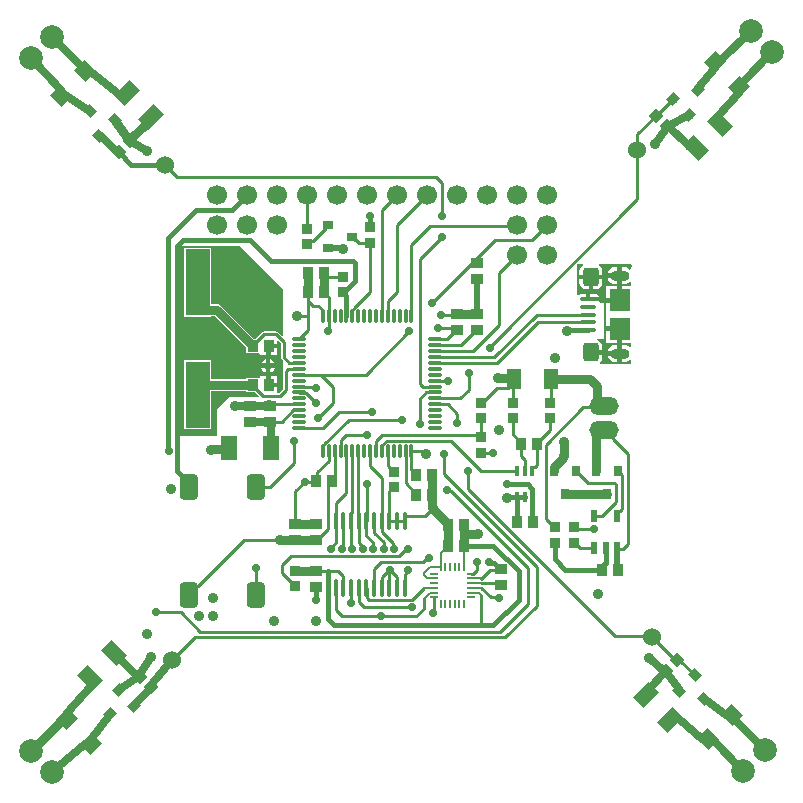
<source format=gtl>
G04*
G04 #@! TF.GenerationSoftware,Altium Limited,Altium Designer,21.0.8 (223)*
G04*
G04 Layer_Physical_Order=1*
G04 Layer_Color=255*
%FSLAX44Y44*%
%MOMM*%
G71*
G04*
G04 #@! TF.SameCoordinates,7CDD385B-C779-46FA-83BF-CCD77B293E39*
G04*
G04*
G04 #@! TF.FilePolarity,Positive*
G04*
G01*
G75*
%ADD14R,0.6000X1.0500*%
%ADD15R,0.8000X0.9000*%
%ADD16R,1.0000X0.9000*%
G04:AMPARAMS|DCode=17|XSize=1.8mm|YSize=1.3mm|CornerRadius=0mm|HoleSize=0mm|Usage=FLASHONLY|Rotation=225.000|XOffset=0mm|YOffset=0mm|HoleType=Round|Shape=Rectangle|*
%AMROTATEDRECTD17*
4,1,4,0.1768,1.0960,1.0960,0.1768,-0.1768,-1.0960,-1.0960,-0.1768,0.1768,1.0960,0.0*
%
%ADD17ROTATEDRECTD17*%

%ADD18R,1.4000X2.0000*%
%ADD19R,0.9000X1.0000*%
%ADD20R,0.4000X0.8500*%
%ADD21R,0.9500X0.8500*%
%ADD22R,1.1500X1.7000*%
G04:AMPARAMS|DCode=23|XSize=1.8mm|YSize=1.3mm|CornerRadius=0mm|HoleSize=0mm|Usage=FLASHONLY|Rotation=315.000|XOffset=0mm|YOffset=0mm|HoleType=Round|Shape=Rectangle|*
%AMROTATEDRECTD23*
4,1,4,-1.0960,0.1768,-0.1768,1.0960,1.0960,-0.1768,0.1768,-1.0960,-1.0960,0.1768,0.0*
%
%ADD23ROTATEDRECTD23*%

%ADD24R,0.9000X0.8000*%
%ADD25R,2.1000X5.6000*%
%ADD26O,0.3000X1.2000*%
%ADD27O,1.2000X0.3000*%
%ADD28R,0.2200X0.6400*%
%ADD29R,0.6400X0.2200*%
%ADD30O,1.3500X0.4000*%
G04:AMPARAMS|DCode=31|XSize=1.6mm|YSize=1.4mm|CornerRadius=0.35mm|HoleSize=0mm|Usage=FLASHONLY|Rotation=270.000|XOffset=0mm|YOffset=0mm|HoleType=Round|Shape=RoundedRectangle|*
%AMROUNDEDRECTD31*
21,1,1.6000,0.7000,0,0,270.0*
21,1,0.9000,1.4000,0,0,270.0*
1,1,0.7000,-0.3500,-0.4500*
1,1,0.7000,-0.3500,0.4500*
1,1,0.7000,0.3500,0.4500*
1,1,0.7000,0.3500,-0.4500*
%
%ADD31ROUNDEDRECTD31*%
%ADD32R,1.8000X1.9000*%
G04:AMPARAMS|DCode=33|XSize=1.3mm|YSize=1.4mm|CornerRadius=0mm|HoleSize=0mm|Usage=FLASHONLY|Rotation=45.000|XOffset=0mm|YOffset=0mm|HoleType=Round|Shape=Rectangle|*
%AMROTATEDRECTD33*
4,1,4,0.0354,-0.9546,-0.9546,0.0354,-0.0354,0.9546,0.9546,-0.0354,0.0354,-0.9546,0.0*
%
%ADD33ROTATEDRECTD33*%

G04:AMPARAMS|DCode=34|XSize=0.95mm|YSize=0.85mm|CornerRadius=0mm|HoleSize=0mm|Usage=FLASHONLY|Rotation=315.000|XOffset=0mm|YOffset=0mm|HoleType=Round|Shape=Rectangle|*
%AMROTATEDRECTD34*
4,1,4,-0.6364,0.0354,-0.0354,0.6364,0.6364,-0.0354,0.0354,-0.6364,-0.6364,0.0354,0.0*
%
%ADD34ROTATEDRECTD34*%

G04:AMPARAMS|DCode=35|XSize=0.8mm|YSize=0.9mm|CornerRadius=0mm|HoleSize=0mm|Usage=FLASHONLY|Rotation=225.000|XOffset=0mm|YOffset=0mm|HoleType=Round|Shape=Rectangle|*
%AMROTATEDRECTD35*
4,1,4,-0.0354,0.6010,0.6010,-0.0354,0.0354,-0.6010,-0.6010,0.0354,-0.0354,0.6010,0.0*
%
%ADD35ROTATEDRECTD35*%

G04:AMPARAMS|DCode=36|XSize=0.95mm|YSize=0.85mm|CornerRadius=0mm|HoleSize=0mm|Usage=FLASHONLY|Rotation=225.000|XOffset=0mm|YOffset=0mm|HoleType=Round|Shape=Rectangle|*
%AMROTATEDRECTD36*
4,1,4,0.0354,0.6364,0.6364,0.0354,-0.0354,-0.6364,-0.6364,-0.0354,0.0354,0.6364,0.0*
%
%ADD36ROTATEDRECTD36*%

G04:AMPARAMS|DCode=37|XSize=0.8mm|YSize=0.9mm|CornerRadius=0mm|HoleSize=0mm|Usage=FLASHONLY|Rotation=135.000|XOffset=0mm|YOffset=0mm|HoleType=Round|Shape=Rectangle|*
%AMROTATEDRECTD37*
4,1,4,0.6010,0.0354,-0.0354,-0.6010,-0.6010,-0.0354,0.0354,0.6010,0.6010,0.0354,0.0*
%
%ADD37ROTATEDRECTD37*%

G04:AMPARAMS|DCode=38|XSize=1.3mm|YSize=1.4mm|CornerRadius=0mm|HoleSize=0mm|Usage=FLASHONLY|Rotation=315.000|XOffset=0mm|YOffset=0mm|HoleType=Round|Shape=Rectangle|*
%AMROTATEDRECTD38*
4,1,4,-0.9546,-0.0354,0.0354,0.9546,0.9546,0.0354,-0.0354,-0.9546,-0.9546,-0.0354,0.0*
%
%ADD38ROTATEDRECTD38*%

G04:AMPARAMS|DCode=39|XSize=1.6mm|YSize=2.19mm|CornerRadius=0.4mm|HoleSize=0mm|Usage=FLASHONLY|Rotation=0.000|XOffset=0mm|YOffset=0mm|HoleType=Round|Shape=RoundedRectangle|*
%AMROUNDEDRECTD39*
21,1,1.6000,1.3900,0,0,0.0*
21,1,0.8000,2.1900,0,0,0.0*
1,1,0.8000,0.4000,-0.6950*
1,1,0.8000,-0.4000,-0.6950*
1,1,0.8000,-0.4000,0.6950*
1,1,0.8000,0.4000,0.6950*
%
%ADD39ROUNDEDRECTD39*%
%ADD40O,0.3500X1.6000*%
%ADD73C,1.5240*%
%ADD74C,0.2540*%
%ADD75C,0.3810*%
%ADD76C,0.6350*%
%ADD77C,0.7620*%
%ADD78C,0.5080*%
%ADD79C,0.2032*%
%ADD80O,2.5000X1.5000*%
%ADD81C,2.0000*%
%ADD82C,1.7000*%
%ADD83O,1.6000X0.9000*%
%ADD84C,0.7000*%
%ADD85C,0.9000*%
G36*
X-96520Y97790D02*
Y61843D01*
Y58215D01*
X-97693Y57729D01*
X-101303Y61338D01*
X-102059Y61843D01*
X-102951Y62021D01*
X-112660D01*
X-113552Y61843D01*
X-114308Y61338D01*
X-119752Y55895D01*
X-121226D01*
X-149098Y83767D01*
X-150695Y84834D01*
X-152578Y85208D01*
X-157394D01*
Y132396D01*
X-180426D01*
Y74364D01*
X-157394D01*
Y75367D01*
X-154616D01*
X-127836Y48587D01*
Y43514D01*
X-116804D01*
X-115860Y42727D01*
Y41990D01*
X-110725D01*
Y49530D01*
X-108820D01*
Y51435D01*
X-101780D01*
Y53564D01*
X-100607Y54050D01*
X-98501Y51944D01*
Y40291D01*
X-98324Y39399D01*
X-97819Y38643D01*
X-96520Y37344D01*
Y13456D01*
X-100025Y9951D01*
X-101780D01*
Y14605D01*
X-108820D01*
Y16510D01*
X-110725D01*
Y24050D01*
X-115860D01*
Y23313D01*
X-116804Y22526D01*
X-127836D01*
Y21430D01*
X-157394D01*
Y37396D01*
X-180426D01*
Y-20636D01*
X-157394D01*
Y11589D01*
X-127836D01*
Y10494D01*
X-120100D01*
X-117129Y7523D01*
X-117615Y6350D01*
X-142240D01*
X-152400Y-3810D01*
Y-26670D01*
X-183712D01*
Y133386D01*
X-182478Y134620D01*
X-133350D01*
X-96520Y97790D01*
D02*
G37*
G36*
X197797Y119216D02*
X198510Y118110D01*
X198179Y114746D01*
X197397Y114403D01*
X196860Y114314D01*
X195510Y115349D01*
X193798Y116059D01*
X191960Y116301D01*
X190365D01*
Y109200D01*
Y102099D01*
X191960D01*
X193798Y102341D01*
X195510Y103051D01*
X196727Y103984D01*
X197997Y103591D01*
Y100240D01*
X190365D01*
Y88200D01*
X188460D01*
Y86295D01*
X176920D01*
Y76160D01*
Y66105D01*
X188460D01*
Y64200D01*
X190365D01*
Y52160D01*
X197997D01*
Y48808D01*
X196727Y48416D01*
X195510Y49349D01*
X193798Y50059D01*
X191960Y50301D01*
X190365D01*
Y43200D01*
Y36099D01*
X191960D01*
X193798Y36341D01*
X195510Y37051D01*
X196727Y37984D01*
X197997Y37592D01*
Y34290D01*
X172347D01*
X171958Y35560D01*
X173150Y37343D01*
X173618Y39700D01*
Y42295D01*
X163960D01*
Y46105D01*
X173618D01*
Y48700D01*
X173150Y51057D01*
X171815Y53055D01*
X169817Y54390D01*
X168708Y54610D01*
X168833Y55880D01*
X175260D01*
X175260Y86360D01*
X171378D01*
X170935Y87295D01*
X161710D01*
Y89200D01*
X159805D01*
Y93829D01*
X156960D01*
X155189Y93477D01*
X153687Y92473D01*
X153670Y92448D01*
X152400Y92833D01*
X152400Y119380D01*
X157300D01*
X157685Y118110D01*
X156105Y117055D01*
X154770Y115057D01*
X154302Y112700D01*
Y110105D01*
X163960D01*
X173618D01*
Y112700D01*
X173150Y115057D01*
X171815Y117055D01*
X170235Y118110D01*
X170620Y119380D01*
X197592D01*
X197797Y119216D01*
D02*
G37*
%LPC*%
G36*
X-101780Y47625D02*
X-106915D01*
Y41990D01*
X-101780D01*
Y47625D01*
D02*
G37*
G36*
X-107315Y38769D02*
Y34925D01*
X-103471D01*
X-104100Y36441D01*
X-105799Y38140D01*
X-107315Y38769D01*
D02*
G37*
G36*
X-111125D02*
X-112641Y38140D01*
X-114340Y36441D01*
X-114969Y34925D01*
X-111125D01*
Y38769D01*
D02*
G37*
G36*
X-103471Y31115D02*
X-107315D01*
Y27271D01*
X-105799Y27899D01*
X-104100Y29599D01*
X-103471Y31115D01*
D02*
G37*
G36*
X-111125D02*
X-114969D01*
X-114340Y29599D01*
X-112641Y27899D01*
X-111125Y27271D01*
Y31115D01*
D02*
G37*
G36*
X-101780Y24050D02*
X-106915D01*
Y18415D01*
X-101780D01*
Y24050D01*
D02*
G37*
G36*
X186555Y116301D02*
X184960D01*
X183122Y116059D01*
X181410Y115349D01*
X179939Y114221D01*
X178811Y112750D01*
X178129Y111105D01*
X186555D01*
Y116301D01*
D02*
G37*
G36*
Y107295D02*
X178129D01*
X178811Y105650D01*
X179939Y104179D01*
X181410Y103051D01*
X183122Y102341D01*
X184960Y102099D01*
X186555D01*
Y107295D01*
D02*
G37*
G36*
X173618Y106295D02*
X165865D01*
Y97542D01*
X167460D01*
X169817Y98011D01*
X171815Y99345D01*
X173150Y101343D01*
X173618Y103700D01*
Y106295D01*
D02*
G37*
G36*
X162055D02*
X154302D01*
Y103700D01*
X154770Y101343D01*
X156105Y99345D01*
X158103Y98011D01*
X160460Y97542D01*
X162055D01*
Y106295D01*
D02*
G37*
G36*
X166460Y93829D02*
X163615D01*
Y91105D01*
X170647D01*
X169733Y92473D01*
X168231Y93477D01*
X166460Y93829D01*
D02*
G37*
G36*
X186555Y100240D02*
X176920D01*
Y90105D01*
X186555D01*
Y100240D01*
D02*
G37*
G36*
Y62295D02*
X176920D01*
Y52160D01*
X186555D01*
Y62295D01*
D02*
G37*
G36*
Y50301D02*
X184960D01*
X183122Y50059D01*
X181410Y49349D01*
X179939Y48221D01*
X178811Y46750D01*
X178129Y45105D01*
X186555D01*
Y50301D01*
D02*
G37*
G36*
Y41295D02*
X178129D01*
X178811Y39650D01*
X179939Y38179D01*
X181410Y37051D01*
X183122Y36341D01*
X184960Y36099D01*
X186555D01*
Y41295D01*
D02*
G37*
%LPD*%
D14*
X167030Y-121700D02*
D03*
X176530D02*
D03*
X186030D02*
D03*
Y-94200D02*
D03*
X167030D02*
D03*
D15*
X177800Y-76040D02*
D03*
X168300Y-56040D02*
D03*
X187300D02*
D03*
X142240Y-76040D02*
D03*
X132740Y-56040D02*
D03*
X151740D02*
D03*
D16*
X-107950Y-14370D02*
D03*
Y-870D02*
D03*
X-86360Y-114700D02*
D03*
Y-101200D02*
D03*
X67310Y63100D02*
D03*
Y76600D02*
D03*
X-124460Y-870D02*
D03*
Y-14370D02*
D03*
X50800Y76600D02*
D03*
Y63100D02*
D03*
X67310Y119780D02*
D03*
Y106280D02*
D03*
X-68580Y-114700D02*
D03*
Y-101200D02*
D03*
Y-140570D02*
D03*
Y-154070D02*
D03*
X87630Y-152800D02*
D03*
Y-139300D02*
D03*
D17*
X-208094Y243654D02*
D03*
X-228600Y264160D02*
D03*
X231233Y-266793D02*
D03*
X210727Y-246287D02*
D03*
D18*
X-142460Y-36832D02*
D03*
X-106460D02*
D03*
D19*
X16110Y-76200D02*
D03*
X29610D02*
D03*
X101200Y-99060D02*
D03*
X114700D02*
D03*
X16110Y-59690D02*
D03*
X29610D02*
D03*
X-108820Y16510D02*
D03*
X-122320D02*
D03*
X-108820Y49530D02*
D03*
X-122320D02*
D03*
X-61830Y111760D02*
D03*
X-75330D02*
D03*
X-61830Y95250D02*
D03*
X-75330D02*
D03*
X-68980Y-64770D02*
D03*
X-55480D02*
D03*
X187090Y-139700D02*
D03*
X173590D02*
D03*
X118510Y-33020D02*
D03*
X105010D02*
D03*
X56280Y-101600D02*
D03*
X42780D02*
D03*
X56280Y-119380D02*
D03*
X42780D02*
D03*
D20*
X101450Y-78560D02*
D03*
X107950D02*
D03*
X114450D02*
D03*
Y-56060D02*
D03*
X107950D02*
D03*
X101450D02*
D03*
D21*
X129540Y1420D02*
D03*
Y-11580D02*
D03*
X97790Y1420D02*
D03*
Y-11580D02*
D03*
X71120Y-11580D02*
D03*
Y1420D02*
D03*
Y-27790D02*
D03*
Y-40790D02*
D03*
X149860Y-116990D02*
D03*
Y-103990D02*
D03*
X133350Y-103990D02*
D03*
Y-116990D02*
D03*
X-76200Y135740D02*
D03*
Y148740D02*
D03*
X-22860Y137010D02*
D03*
Y150010D02*
D03*
X-45720Y95100D02*
D03*
Y108100D02*
D03*
X-86360Y-153820D02*
D03*
Y-140820D02*
D03*
X-2540Y-57000D02*
D03*
Y-70000D02*
D03*
D22*
X98550Y21590D02*
D03*
X130050D02*
D03*
D23*
X-239937Y-210727D02*
D03*
X-260443Y-231233D02*
D03*
X273143Y237583D02*
D03*
X252637Y217077D02*
D03*
D24*
X-58260Y132740D02*
D03*
Y151740D02*
D03*
X-38260Y142240D02*
D03*
D25*
X-168910Y103380D02*
D03*
Y8380D02*
D03*
D26*
X-52900Y75280D02*
D03*
X-47900D02*
D03*
X-42900D02*
D03*
X-37900D02*
D03*
X-32900D02*
D03*
X-27900D02*
D03*
X-22900D02*
D03*
X-17900D02*
D03*
X-12900D02*
D03*
X-7900D02*
D03*
X-2900D02*
D03*
X2100D02*
D03*
X7100D02*
D03*
X12100D02*
D03*
X7100Y-39720D02*
D03*
X2100D02*
D03*
X-2900D02*
D03*
X-7900D02*
D03*
X-12900D02*
D03*
X-17900D02*
D03*
X-22900D02*
D03*
X-27900D02*
D03*
X-32900D02*
D03*
X-37900D02*
D03*
X-42900D02*
D03*
X-47900D02*
D03*
X-62900D02*
D03*
X-52900D02*
D03*
X-62900Y75280D02*
D03*
X12100Y-39720D02*
D03*
X-57900D02*
D03*
Y75280D02*
D03*
D27*
X32100Y50280D02*
D03*
Y45280D02*
D03*
Y40280D02*
D03*
Y35280D02*
D03*
Y30280D02*
D03*
Y25280D02*
D03*
Y20280D02*
D03*
Y15280D02*
D03*
Y10280D02*
D03*
Y5280D02*
D03*
Y280D02*
D03*
Y-4720D02*
D03*
Y-9720D02*
D03*
Y-14720D02*
D03*
Y-19720D02*
D03*
X-82900D02*
D03*
Y-14720D02*
D03*
Y-9720D02*
D03*
Y5280D02*
D03*
Y10280D02*
D03*
Y15280D02*
D03*
Y20280D02*
D03*
Y25280D02*
D03*
Y30280D02*
D03*
Y35280D02*
D03*
Y40280D02*
D03*
Y45280D02*
D03*
Y50280D02*
D03*
Y-4720D02*
D03*
Y55280D02*
D03*
X32100D02*
D03*
X-82900Y280D02*
D03*
D28*
X36780Y-137680D02*
D03*
X56780D02*
D03*
X40780D02*
D03*
X44780D02*
D03*
X48780D02*
D03*
X52780D02*
D03*
X56780Y-168580D02*
D03*
X52780D02*
D03*
X48780D02*
D03*
X44780D02*
D03*
X40780D02*
D03*
X36780D02*
D03*
D29*
X31330Y-147130D02*
D03*
X62230Y-159130D02*
D03*
X31330Y-163130D02*
D03*
Y-159130D02*
D03*
Y-155130D02*
D03*
Y-151130D02*
D03*
Y-143130D02*
D03*
X62230D02*
D03*
Y-147130D02*
D03*
Y-151130D02*
D03*
Y-155130D02*
D03*
Y-163130D02*
D03*
D30*
X161710Y82700D02*
D03*
Y63200D02*
D03*
Y69700D02*
D03*
Y76200D02*
D03*
Y89200D02*
D03*
D31*
X163960Y44200D02*
D03*
Y108200D02*
D03*
D32*
X188460Y64200D02*
D03*
Y88200D02*
D03*
D33*
X-284573Y261527D02*
D03*
X-264067Y282033D02*
D03*
X283303Y-262797D02*
D03*
X262797Y-283303D02*
D03*
D34*
X-235736Y213844D02*
D03*
X-226544Y223036D02*
D03*
X237006Y-216384D02*
D03*
X227814Y-225576D02*
D03*
D35*
X-252376Y227511D02*
D03*
X-259801Y248371D02*
D03*
X-238941Y240946D02*
D03*
X252376Y-228781D02*
D03*
X259801Y-249641D02*
D03*
X238941Y-242216D02*
D03*
D36*
X218924Y244626D02*
D03*
X228116Y235434D02*
D03*
X-208764Y-239546D02*
D03*
X-217956Y-230354D02*
D03*
D37*
X233861Y258727D02*
D03*
X254721Y266151D02*
D03*
X247296Y245291D02*
D03*
X-222431Y-254916D02*
D03*
X-243291Y-262341D02*
D03*
X-235866Y-241481D02*
D03*
D38*
X269147Y289653D02*
D03*
X289653Y269147D02*
D03*
X-259080Y-287020D02*
D03*
X-279586Y-266514D02*
D03*
D39*
X-176530Y-69620D02*
D03*
Y-161520D02*
D03*
X-119380Y-69620D02*
D03*
Y-161520D02*
D03*
D40*
X-52110Y-155000D02*
D03*
X-39110D02*
D03*
X-32610D02*
D03*
X-26110D02*
D03*
X-19610D02*
D03*
X-13110D02*
D03*
X-6610D02*
D03*
X-110D02*
D03*
X6390D02*
D03*
X-52110Y-99000D02*
D03*
X-39110D02*
D03*
X-32610D02*
D03*
X-26110D02*
D03*
X-19610D02*
D03*
X-13110D02*
D03*
X-6610D02*
D03*
X-110D02*
D03*
X-45610Y-155000D02*
D03*
Y-99000D02*
D03*
X6390D02*
D03*
D73*
X-190500Y-215900D02*
D03*
X-196850Y203200D02*
D03*
X203200Y215900D02*
D03*
X215900Y-196850D02*
D03*
D74*
X-92492Y30320D02*
X-83035D01*
X-93980Y12700D02*
Y28833D01*
X-92492Y30320D01*
X119230Y69700D02*
X161710D01*
X32100Y35280D02*
X84810D01*
X119230Y69700D01*
X-46990Y-121920D02*
Y-120713D01*
X-45610Y-119333D02*
Y-99000D01*
X-46990Y-120713D02*
X-45610Y-119333D01*
X-19610Y-108660D02*
X-11519Y-116751D01*
Y-121831D02*
X-11430Y-121920D01*
X-19610Y-108660D02*
Y-99000D01*
X-11519Y-121831D02*
Y-116751D01*
X-13970Y-179070D02*
X16292D01*
X-46990D02*
X-13970D01*
X42267Y-72747D02*
X43120Y-73600D01*
X45660D02*
X110490Y-138430D01*
Y-168910D02*
Y-138430D01*
X43120Y-73600D02*
X45660D01*
X86940Y-192460D02*
X110490Y-168910D01*
X-166849Y-192460D02*
X86940D01*
X-129310Y-114300D02*
X-99456D01*
X-168535Y-153525D02*
X-129310Y-114300D01*
X43140Y20280D02*
X43180Y20320D01*
X32100Y20280D02*
X43140D01*
X39370Y-58420D02*
X118110Y-137160D01*
Y-170180D02*
Y-137160D01*
X39370Y-58420D02*
Y-41910D01*
X-183358Y-175950D02*
X-166849Y-192460D01*
X59690Y-71120D02*
X184150Y-195580D01*
X59690Y-71120D02*
Y-55880D01*
X-204470Y-175950D02*
X-183358D01*
X184150Y-195580D02*
X214630D01*
X91440Y-196850D02*
X118110Y-170180D01*
X-190500Y-215900D02*
X-171450Y-196850D01*
X91440D01*
X-119380Y-161520D02*
Y-138430D01*
X-55880Y-121920D02*
Y-120713D01*
X-52110Y-116943D02*
Y-99000D01*
X-55880Y-120713D02*
X-52110Y-116943D01*
X-38926Y-121094D02*
X-38100Y-121920D01*
X-39110Y-99000D02*
X-38926Y-99184D01*
Y-121094D02*
Y-99184D01*
X-32610Y-117313D02*
Y-99000D01*
Y-117313D02*
X-29210Y-120713D01*
Y-121920D02*
Y-120713D01*
X-20432Y-121808D02*
X-20320Y-121920D01*
X-20432Y-121808D02*
Y-116774D01*
X-26110Y-111096D02*
X-20432Y-116774D01*
X-26110Y-111096D02*
Y-99000D01*
X-12926Y-107724D02*
Y-99184D01*
X-3264Y-121196D02*
X-2540Y-121920D01*
X-13110Y-99000D02*
X-12926Y-99184D01*
Y-107724D02*
X-3264Y-117386D01*
Y-121196D02*
Y-117386D01*
X-13110Y-99000D02*
Y-61820D01*
X6267Y-99000D02*
X6328Y-99061D01*
X-110Y-99000D02*
X6267D01*
X-6610D02*
X-110D01*
X-41024Y-12990D02*
X4376D01*
X-61686Y-33652D02*
X-41024Y-12990D01*
X-61686Y-33881D02*
Y-33652D01*
X-62900Y-39720D02*
Y-35096D01*
X-61686Y-33881D01*
X-49530Y-6350D02*
X-21590D01*
X-82900Y-19720D02*
X-62900D01*
X-49530Y-6350D01*
X-6610Y-99000D02*
Y-73570D01*
X-13970Y-133350D02*
X21682D01*
X25492Y-129540D01*
X-19610Y-138990D02*
X-13970Y-133350D01*
X-97790Y-135890D02*
X-90170Y-128270D01*
X1362D01*
X7712Y-121920D01*
X25492Y-129540D02*
X26670D01*
X7712Y-121920D02*
X8890D01*
X-22900Y-52030D02*
X-13110Y-61820D01*
X-99060Y7620D02*
X-93980Y12700D01*
X-113930Y7620D02*
X-99060D01*
X-122320Y16010D02*
X-113930Y7620D01*
X-25926Y-163375D02*
X-24015Y-165286D01*
X-25926Y-163375D02*
Y-155184D01*
X-24015Y-165286D02*
X12514D01*
X22860Y-154940D01*
X-7900Y87350D02*
X0Y95250D01*
X-7900Y75280D02*
Y87350D01*
X0Y95250D02*
Y152400D01*
X25400Y177800D01*
X-75330Y75280D02*
Y87710D01*
Y62850D02*
Y75280D01*
X-84774D02*
X-75330D01*
X-85107Y74947D02*
X-84774Y75280D01*
X151280Y-105410D02*
X166370D01*
X149860Y-103990D02*
X151280Y-105410D01*
X-112660Y59690D02*
X-102951D01*
X-96171Y52910D01*
Y40291D02*
Y52910D01*
X-122320Y50030D02*
X-112660Y59690D01*
X-91248Y35368D02*
X-82988D01*
X-96171Y40291D02*
X-91248Y35368D01*
X-82988D02*
X-82900Y35280D01*
X-122320Y49530D02*
Y50030D01*
Y16010D02*
Y16510D01*
X-107950Y-870D02*
X-106800Y280D01*
X-58420Y-140570D02*
X-49930D01*
X-68580D02*
X-58420D01*
X71120Y-186690D02*
Y-161290D01*
X29210Y86360D02*
X82550Y139700D01*
X114300D02*
X127000Y152400D01*
X82550Y139700D02*
X114300D01*
X49630Y64770D02*
X50800Y63600D01*
X34290Y64770D02*
X49630D01*
X-26790Y25280D02*
X10160Y62230D01*
X-64650Y25280D02*
X-26790D01*
X21550Y15280D02*
X32100D01*
X19050Y17780D02*
Y123190D01*
Y17780D02*
X21550Y15280D01*
X19050Y123190D02*
X38100Y142240D01*
Y160020D02*
Y187960D01*
X27940Y151130D02*
X100330D01*
X12100Y75280D02*
Y135290D01*
X27940Y151130D01*
X33020Y193040D02*
X38100Y187960D01*
X-196850Y203200D02*
X-186690Y193040D01*
X33020D01*
X100330Y151130D02*
X101600Y152400D01*
X19050Y5080D02*
X24250Y10280D01*
X19050Y-16510D02*
Y5080D01*
X24250Y10280D02*
X32100D01*
X-190500Y-215900D02*
X-190500D01*
X-176530Y-160047D02*
X-170008Y-153525D01*
X-176530Y-161520D02*
Y-160047D01*
X-170008Y-153525D02*
X-168535D01*
X-86360Y-101200D02*
Y-73216D01*
X-78327Y-65183D01*
X-97790Y-142890D02*
Y-135890D01*
Y-142890D02*
X-86860Y-153820D01*
X-86360D01*
X-27940Y-171450D02*
X12576D01*
X-32610Y-166780D02*
X-27940Y-171450D01*
X12576D02*
X12700Y-171326D01*
X-26110Y-155000D02*
X-25926Y-155184D01*
X-39240Y-155130D02*
X-39110Y-155000D01*
X-39240Y-167510D02*
Y-155130D01*
X-39370Y-167640D02*
X-39240Y-167510D01*
X240709Y-217603D02*
X249848Y-226742D01*
X237006Y-216384D02*
X240709Y-217603D01*
X249848Y-226742D02*
X252376Y-228781D01*
X215900Y-196850D02*
X233759Y-214709D01*
X214630Y-195580D02*
X215900Y-196850D01*
X233759Y-214709D02*
X237006Y-216384D01*
X157694Y-2326D02*
X169364D01*
X125730Y-34290D02*
X157694Y-2326D01*
X125730Y-96870D02*
Y-34290D01*
X169364Y-2326D02*
X170260Y-1430D01*
X172599D02*
X175260D01*
X170260D02*
X172599D01*
X132850Y-103990D02*
X133350D01*
X125730Y-96870D02*
X132850Y-103990D01*
X36830Y76200D02*
X47070D01*
X50800Y76600D01*
X32188Y5368D02*
X53628D01*
X60960Y12700D01*
Y26670D01*
X203200Y215900D02*
Y228902D01*
X218924Y244626D01*
Y244626D01*
X219900Y244980D02*
X233266Y258346D01*
X71120Y-40790D02*
X71270Y-40640D01*
X81280D01*
X-119380Y-69620D02*
X-119150Y-69850D01*
X-107950D01*
X-87630Y-49530D01*
Y-30480D01*
X-67310Y-11430D02*
X-54610Y1270D01*
Y15240D01*
X-82900Y25280D02*
X-64650D01*
X-54610Y15240D01*
X-77502Y10192D02*
X-68580Y1270D01*
X-71097Y15280D02*
X-69787Y13970D01*
X-82900Y15280D02*
X-71097D01*
X-69787Y13970D02*
X-68580D01*
X-82812Y10192D02*
X-77502D01*
X-82900Y10280D02*
X-82812Y10192D01*
X-3040Y-70000D02*
X-2540D01*
X-6610Y-73570D02*
X-3040Y-70000D01*
X-7900Y-52140D02*
X-3040Y-57000D01*
X-7900Y-52140D02*
Y-39720D01*
X-3040Y-57000D02*
X-2540D01*
X-22900Y-52030D02*
Y-39720D01*
X-25926Y-98816D02*
Y-67836D01*
X-25400Y-67310D01*
X-26110Y-99000D02*
X-25926Y-98816D01*
X80734Y51524D02*
X203200Y173990D01*
Y215900D01*
X78740Y48260D02*
Y49467D01*
X80734Y51461D01*
Y51524D01*
X32100Y45280D02*
X64330D01*
X86360Y67310D01*
Y111760D01*
X32100Y5280D02*
X32188Y5368D01*
X32100Y40280D02*
X82190D01*
X118110Y76200D02*
X161710D01*
X82190Y40280D02*
X118110Y76200D01*
X86360Y111760D02*
X101600Y127000D01*
X42480Y55280D02*
X50800Y63600D01*
X-57988Y62662D02*
Y75192D01*
X-57900Y75280D01*
X-58420Y62230D02*
X-57988Y62662D01*
X-82900Y55280D02*
X-75330Y62850D01*
X-78327Y-65183D02*
X-69393D01*
X-68980Y-64770D01*
X-43180Y-25400D02*
X-25400D01*
X-47900Y-30120D02*
X-43180Y-25400D01*
X-42900Y-74650D02*
Y-39720D01*
X-51924Y-83674D02*
X-42900Y-74650D01*
X-7026Y-139700D02*
X-6350D01*
X-13110Y-145784D02*
X-7026Y-139700D01*
X-13110Y-155000D02*
Y-145784D01*
X-6480Y-154870D02*
Y-139830D01*
X-6610Y-155000D02*
X-6480Y-154870D01*
X-294Y-154816D02*
Y-145756D01*
Y-154816D02*
X-110Y-155000D01*
X-6350Y-139700D02*
X-294Y-145756D01*
X191530Y-122160D02*
X195580Y-118110D01*
X186490Y-122160D02*
X191530D01*
X195580Y-118110D02*
Y-41750D01*
X190500Y-88732D02*
Y-59740D01*
X189012Y-90220D02*
X190500Y-88732D01*
X186030Y-94200D02*
Y-91950D01*
X187760Y-90220D02*
X189012D01*
X186030Y-91950D02*
X187760Y-90220D01*
X187300Y-56540D02*
Y-56040D01*
Y-56540D02*
X190500Y-59740D01*
X185420Y-82550D02*
Y-67528D01*
X161740Y-66040D02*
X183932D01*
X173770Y-94200D02*
X185420Y-82550D01*
X183932Y-66040D02*
X185420Y-67528D01*
X176888Y-21430D02*
X182644Y-27186D01*
X175260Y-21430D02*
X176888D01*
X182644Y-28814D02*
Y-27186D01*
Y-28814D02*
X195580Y-41750D01*
X6390Y-94464D02*
X6834Y-94020D01*
X6390Y-99000D02*
Y-94464D01*
X6834Y-94020D02*
X23694D01*
X30084Y-87630D01*
X-58420Y-105040D02*
Y-67710D01*
X-68080Y-114700D02*
X-58420Y-105040D01*
Y-67710D02*
X-52900Y-62190D01*
X-51924Y-91885D02*
Y-83674D01*
X-51926Y-91888D02*
X-51924Y-91885D01*
X-68580Y-114700D02*
X-68080D01*
X-52110Y-99000D02*
X-51926Y-98816D01*
Y-91888D01*
X20192Y-39720D02*
X22382Y-41910D01*
X12100Y-39720D02*
X20192D01*
X22382Y-41910D02*
X24130D01*
X94070Y14360D02*
X97790Y18080D01*
Y1420D02*
Y18080D01*
X71120Y1420D02*
X71620D01*
X84560Y14360D01*
X94070D01*
X-12700Y-25400D02*
X71120D01*
Y-11580D01*
Y-27790D02*
Y-25400D01*
X71300Y-56060D02*
X101450D01*
X45720Y-30480D02*
X71300Y-56060D01*
X-8890Y-30480D02*
X45720D01*
X-12812Y-34402D02*
X-8890Y-30480D01*
X-12900Y-39720D02*
X-12812Y-39632D01*
Y-34402D01*
X50800Y-15240D02*
Y-7620D01*
X42988Y192D02*
X50800Y-7620D01*
X32188Y192D02*
X42988D01*
X32100Y280D02*
X32188Y192D01*
X-52110Y-173950D02*
X-46990Y-179070D01*
X70930Y-155130D02*
X79050Y-163250D01*
X85780D02*
X86360Y-163830D01*
X79050Y-163250D02*
X85780D01*
X30905Y-176105D02*
Y-163300D01*
X30480Y-176530D02*
X30905Y-176105D01*
X31075Y-163130D02*
X31330D01*
X30905Y-163300D02*
X31075Y-163130D01*
X-19610Y-155000D02*
Y-138990D01*
X6390Y-143248D02*
X8890Y-140748D01*
X6390Y-155000D02*
Y-143248D01*
X8890Y-140748D02*
Y-139700D01*
X67310Y-139810D02*
Y-133350D01*
X63990Y-143130D02*
X67310Y-139810D01*
X62230Y-143130D02*
X63990D01*
X16292Y-179070D02*
X22595Y-172768D01*
X-32610Y-166780D02*
Y-155000D01*
X-47900Y-39720D02*
Y-30120D01*
X6328Y-99061D02*
X6390Y-99000D01*
X118110Y-51592D02*
Y-33420D01*
X116622Y-53080D02*
X118110Y-51592D01*
X114450Y-53810D02*
X115180Y-53080D01*
X114450Y-56060D02*
Y-53810D01*
X115180Y-53080D02*
X116622D01*
X-61830Y111330D02*
X-58600Y108100D01*
X-45720D01*
X-61830Y111330D02*
Y111760D01*
X118110Y-33420D02*
X118510Y-33020D01*
Y-32520D01*
X71120Y-147320D02*
X78740Y-139700D01*
X87230D01*
X71120Y-151130D02*
X85960D01*
X87630Y-152800D01*
X-49930Y-140570D02*
X-45610Y-144890D01*
Y-155000D02*
Y-144890D01*
X129540Y1420D02*
X130050Y1930D01*
X53990Y50280D02*
X66810Y63100D01*
X67310D01*
X32100Y50280D02*
X53990D01*
X32100Y55280D02*
X42480D01*
X150360Y-116990D02*
X155070Y-121700D01*
X149860Y-116990D02*
X150360D01*
X155070Y-121700D02*
X167030D01*
X151740Y-56540D02*
Y-56040D01*
Y-56540D02*
X154470Y-59270D01*
X154970D01*
X161740Y-66040D01*
X167030Y-94200D02*
X173770D01*
X-66909Y83789D02*
X-62900Y79780D01*
X-71409Y83789D02*
X-66909D01*
X-75330Y87710D02*
Y95250D01*
X-62900Y75280D02*
Y79780D01*
X-75330Y87710D02*
X-71409Y83789D01*
X-61830Y94750D02*
X-57900Y90820D01*
X-61830Y94750D02*
Y95250D01*
X-57900Y75280D02*
Y90820D01*
X-168910Y8380D02*
X-160780Y16510D01*
X-106800Y280D02*
X-82900D01*
X-107950Y-14370D02*
X-97792D01*
X-82988Y-4808D02*
X-82900Y-4720D01*
X-97792Y-14370D02*
X-88230Y-4808D01*
X-82988D01*
X-17812Y-30512D02*
X-12700Y-25400D01*
X-17812Y-39632D02*
Y-30512D01*
X-17900Y-39720D02*
X-17812Y-39632D01*
X105010Y-43810D02*
X107950Y-46750D01*
Y-56060D02*
Y-46750D01*
X105010Y-43810D02*
Y-33020D01*
X130050Y1930D02*
Y21590D01*
X105010Y-33020D02*
Y-32520D01*
X97790Y-25300D02*
Y-11580D01*
Y-25300D02*
X105010Y-32520D01*
X118510D02*
X129540Y-21490D01*
Y-11580D01*
X7100Y-66690D02*
X16110Y-75700D01*
X7100Y-66690D02*
Y-39720D01*
X16110Y-76200D02*
Y-75700D01*
X12100Y-55180D02*
X16110Y-59190D01*
X12100Y-55180D02*
Y-39720D01*
X16110Y-59690D02*
Y-59190D01*
X-68980Y-64770D02*
X-67608Y-63398D01*
Y-57448D02*
X-57900Y-47740D01*
Y-39720D01*
X-67608Y-63398D02*
Y-57448D01*
X-52900Y-62190D02*
Y-39720D01*
X22595Y-172768D02*
Y-164333D01*
X-52110Y-173950D02*
Y-155000D01*
X-35530Y139510D02*
X-34739D01*
X-38260Y142240D02*
X-35530Y139510D01*
X-34739D02*
X-32239Y137010D01*
X-22860D01*
X-71280Y138720D02*
X-61490Y148510D01*
Y149010D01*
X-76200Y135740D02*
X-73220Y138720D01*
X-71280D01*
X-58760Y151740D02*
X-58260D01*
X-61490Y149010D02*
X-58760Y151740D01*
X-76200Y148740D02*
Y177800D01*
X-37900Y79904D02*
X-36686Y81118D01*
Y81424D01*
X-37900Y75280D02*
Y79904D01*
X-22860Y95250D02*
Y137010D01*
X-36686Y81424D02*
X-22860Y95250D01*
X-12700Y165100D02*
X0Y177800D01*
X-12812Y80193D02*
X-12700Y80305D01*
X-12900Y75280D02*
X-12812Y75368D01*
Y80193D01*
X-12700Y80305D02*
Y165100D01*
X-39110Y-99000D02*
Y-92490D01*
X-38100Y-91480D02*
Y-44745D01*
X-37988Y-44633D02*
Y-39808D01*
X-39110Y-92490D02*
X-38100Y-91480D01*
Y-44745D02*
X-37988Y-44633D01*
Y-39808D02*
X-37900Y-39720D01*
X-32900Y-92200D02*
X-32610Y-92490D01*
X-32900Y-92200D02*
Y-39720D01*
X-32610Y-99000D02*
Y-92490D01*
D75*
X-124460Y139700D02*
X-106680Y121920D01*
X-181610Y139700D02*
X-124460D01*
X-186690Y134620D02*
X-181610Y139700D01*
X-170180Y165100D02*
X-139700D01*
X-194310Y-36169D02*
Y140970D01*
X-170180Y165100D01*
X81855Y-134025D02*
X87230Y-139400D01*
Y-139700D02*
Y-139400D01*
X78408Y-134025D02*
X81855D01*
X77841Y-133458D02*
X78408Y-134025D01*
X101355Y-78655D02*
X101360Y-78650D01*
X92800D02*
X101360D01*
X101450Y-78560D01*
X92710Y-78740D02*
X92800Y-78650D01*
X-186690Y-55912D02*
Y134620D01*
X-22860Y150010D02*
Y160020D01*
X-193975Y-38760D02*
X-193365Y-39370D01*
X-194310Y-36169D02*
X-193975Y-36504D01*
Y-38760D02*
Y-36504D01*
X-106680Y121920D02*
X-37792D01*
X-58420Y-181610D02*
X-53340Y-186690D01*
X71120D01*
X-58420Y-181610D02*
Y-140570D01*
X71120Y-186690D02*
X81280D01*
X102870Y-165100D01*
Y-140909D01*
X81341Y-119380D02*
X102870Y-140909D01*
X56280Y-119380D02*
X81341D01*
X-68580Y-165100D02*
Y-154070D01*
X92710Y-67310D02*
X110490D01*
X114355Y-78465D02*
Y-71175D01*
Y-78465D02*
X114450Y-78560D01*
X110490Y-67310D02*
X114355Y-71175D01*
X176530Y-134264D02*
Y-121700D01*
X143510Y62230D02*
X144480Y63200D01*
X161710D01*
X-225092Y203200D02*
X-196850D01*
X-235736Y213844D02*
X-225092Y203200D01*
X-186690Y-55912D02*
X-176530Y-66072D01*
X-45220Y95100D02*
X-35560Y104760D01*
X-37792Y121920D02*
X-35560Y119688D01*
Y104760D02*
Y119688D01*
X-176530Y-69620D02*
Y-66072D01*
X-45720Y95100D02*
X-45220D01*
X-139700Y165100D02*
X-127000Y177800D01*
X101450Y-78560D02*
X107950D01*
X101355Y-98905D02*
Y-78655D01*
X101200Y-99060D02*
X101355Y-98905D01*
X114545Y-98905D02*
Y-78655D01*
X114450Y-78560D02*
X114545Y-78655D01*
Y-98905D02*
X114700Y-99060D01*
X133350Y-130810D02*
X142240Y-139700D01*
X133350Y-130810D02*
Y-116990D01*
X142240Y-139700D02*
X173590D01*
X175550Y-137740D01*
Y-135244D02*
X176530Y-134264D01*
X175550Y-137740D02*
Y-135244D01*
X-42900Y75280D02*
Y92280D01*
X-45720Y95100D02*
X-42900Y92280D01*
D76*
X-264067Y282033D02*
X-259011Y281679D01*
X-235070Y262392D02*
X-228600Y264160D01*
X-259011Y281679D02*
X-235070Y262392D01*
X-224670Y222683D02*
X-212090Y214630D01*
X-226544Y223036D02*
X-224670Y222683D01*
X-279586Y-266514D02*
X-279233Y-261458D01*
X-260443Y-231233D02*
X-258675Y-237703D01*
X-279233Y-261458D02*
X-258675Y-237703D01*
X-219660Y-230538D02*
X-217603Y-228480D01*
X-219830Y-230707D02*
X-219660Y-230538D01*
X-217956Y-230354D01*
X-235585Y-214613D02*
X-219660Y-230538D01*
X-239937Y-210727D02*
X-235585Y-214613D01*
X-235866Y-241481D02*
X-234346Y-241128D01*
X-219830Y-230707D01*
X-217603Y-228480D02*
X-208280Y-213360D01*
X262797Y-283303D02*
X267319Y-284190D01*
X293190Y-310061D01*
X283303Y-262797D02*
X285280Y-266230D01*
X311150Y-292100D01*
X261321Y-249995D02*
X278247Y-262443D01*
X259801Y-249641D02*
X261321Y-249995D01*
X278247Y-262443D02*
X283303Y-262797D01*
X237703Y-265025D02*
X257741Y-282950D01*
X262797Y-283303D01*
X231233Y-266793D02*
X237703Y-265025D01*
X213107Y-240429D02*
X227127Y-226409D01*
X210727Y-246287D02*
X213107Y-240429D01*
X227127Y-226409D02*
X227814Y-225576D01*
X228167Y-227450D02*
X238588Y-240696D01*
X227814Y-225576D02*
X228167Y-227450D01*
X238588Y-240696D02*
X238941Y-242216D01*
X213360Y-214630D02*
X225940Y-225223D01*
X227814Y-225576D01*
X228680Y235097D02*
X229092Y235787D01*
X227763Y233560D02*
X228680Y235097D01*
X-124460Y-870D02*
X-107950D01*
X-108820Y455D02*
X-108729D01*
X-107950Y-870D01*
X289300Y264091D02*
X289653Y269147D01*
X271375Y244053D02*
X273143Y237583D01*
X271375Y244053D02*
X289300Y264091D01*
X218440Y220980D02*
X227763Y233560D01*
X229092Y235787D02*
X247065Y218845D01*
X273669Y290540D02*
X299540Y316411D01*
X269147Y289653D02*
X273669Y290540D01*
X291630Y272580D02*
X317500Y298450D01*
X289653Y269147D02*
X291630Y272580D01*
X255075Y267671D02*
X268793Y284597D01*
X254721Y266151D02*
X255075Y267671D01*
X268793Y284597D02*
X269147Y289653D01*
X229092Y235787D02*
X246674Y244938D01*
X-108820Y49530D02*
X-108773Y49577D01*
X-137160Y-1270D02*
X-126285D01*
X-124460Y-870D01*
X-108820Y16510D02*
X-108729Y14685D01*
X-208764Y-239546D02*
X-208410Y-237672D01*
X-190500Y-215900D01*
X-222078Y-253396D02*
X-209610Y-240928D01*
X-208764Y-239546D01*
X-222431Y-254916D02*
X-222078Y-253396D01*
X-243645Y-263861D02*
X-243291Y-262341D01*
X-258727Y-281964D02*
X-243645Y-263861D01*
X-259080Y-287020D02*
X-258727Y-281964D01*
X-292100Y-311150D02*
X-264136Y-287374D01*
X-259080Y-287020D01*
X-237610Y214197D02*
X-235736Y213844D01*
X-252376Y227511D02*
X-250856Y227158D01*
X-237610Y214197D01*
X-279517Y261173D02*
X-261321Y248725D01*
X-259801Y248371D01*
X-284573Y261527D02*
X-279517Y261173D01*
X-310061Y293190D02*
X-284927Y266583D01*
X-284573Y261527D01*
X-292100Y311150D02*
X-265781Y284831D01*
X-264067Y282033D01*
X-107205Y-36087D02*
Y-15115D01*
Y-36087D02*
X-106460Y-36832D01*
X-107950Y-14370D02*
X-107205Y-15115D01*
X-124460Y-14370D02*
X-107950D01*
D77*
X-211345Y239565D02*
X-208094Y243654D01*
X-226897Y224012D02*
X-226544Y223036D01*
X-226897Y224012D02*
X-211345Y239565D01*
X-238588Y240324D02*
X-226897Y224012D01*
X-238941Y240946D02*
X-238588Y240324D01*
X-86560Y-114500D02*
X-86360Y-114700D01*
X-99256Y-114500D02*
X-86560D01*
X-99456Y-114300D02*
X-99256Y-114500D01*
X-61830Y95250D02*
Y111330D01*
X56280Y-110490D02*
Y-101600D01*
Y-119380D02*
Y-110490D01*
X57286Y-109484D02*
X68316D01*
X68580Y-109220D01*
X56280Y-110490D02*
X57286Y-109484D01*
X85090Y22860D02*
X85354Y22596D01*
X169190Y1979D02*
X172599Y-1430D01*
X140970Y-43180D02*
Y-31750D01*
X132930Y-55850D02*
Y-52490D01*
X140140Y-45280D01*
X132740Y-56040D02*
X132930Y-55850D01*
X247065Y218845D02*
X252637Y217077D01*
X218924Y244626D02*
X219900Y244980D01*
X233266Y258346D02*
X233861Y258727D01*
X246674Y244938D02*
X247296Y245291D01*
X29847Y-87393D02*
Y-76437D01*
X29610Y-76200D02*
X29847Y-76437D01*
Y-87393D02*
X30084Y-87630D01*
X30348Y-88668D02*
X42780Y-101100D01*
X30084Y-87630D02*
X30348Y-87894D01*
X42780Y-101600D02*
Y-101100D01*
X30348Y-88668D02*
Y-87894D01*
X-157216Y-37836D02*
X-143464D01*
X-142460Y-36832D01*
X-157480Y-38100D02*
X-157216Y-37836D01*
X97544Y22596D02*
X98550Y21590D01*
X85354Y22596D02*
X97544D01*
X-86360Y-101200D02*
X-68580D01*
X-86360Y-114700D02*
X-68580D01*
X50800Y76600D02*
X67310D01*
X29610Y-76200D02*
Y-59690D01*
X-310061Y-293190D02*
X-283741Y-266870D01*
X-279586Y-266514D01*
X-75330Y95250D02*
Y111760D01*
X-123010Y50220D02*
Y50720D01*
X-152578Y80288D02*
X-123010Y50720D01*
X-168910Y86978D02*
X-162220Y80288D01*
X-168910Y86978D02*
Y103380D01*
X-123010Y50220D02*
X-122320Y49530D01*
X-162220Y80288D02*
X-152578D01*
X42780Y-119380D02*
Y-101600D01*
X-86235Y-140695D02*
X-68705D01*
X-86360Y-140820D02*
X-86235Y-140695D01*
X-68705D02*
X-68580Y-140570D01*
X169190Y1979D02*
Y15856D01*
X130050Y21590D02*
X163456D01*
X169190Y15856D01*
X172257Y-21430D02*
X175260D01*
X168300Y-56040D02*
Y-25387D01*
X172257Y-21430D01*
X142240Y-76040D02*
X177800D01*
X-160780Y16510D02*
X-122320D01*
D78*
X67310Y76600D02*
Y106280D01*
X-57930Y132410D02*
X-46050D01*
X-58260Y132740D02*
X-57930Y132410D01*
X-46050D02*
X-45720Y132080D01*
X186490Y-139100D02*
Y-122160D01*
Y-139100D02*
X187090Y-139700D01*
D79*
X68960Y-159130D02*
X71120Y-161290D01*
X62230Y-159130D02*
X68960D01*
X62230Y-155130D02*
X70930D01*
X27420Y-137680D02*
X36780D01*
X22432Y-144352D02*
Y-142668D01*
Y-144352D02*
X25126Y-147046D01*
X22432Y-142668D02*
X27420Y-137680D01*
X31246Y-147046D02*
X31330Y-147130D01*
X25126Y-147046D02*
X31246D01*
X36780Y-125880D02*
X42780Y-119880D01*
X36780Y-137680D02*
Y-125880D01*
X42780Y-119880D02*
Y-119380D01*
X56280D02*
X56780Y-119880D01*
Y-137680D02*
Y-119880D01*
X22860Y-154940D02*
X23050Y-155130D01*
X31330D01*
X27713Y-159214D02*
X31246D01*
X31330Y-159130D01*
X22595Y-164333D02*
X27713Y-159214D01*
X62230Y-147130D02*
X70930D01*
X71120Y-147320D01*
X62230Y-151130D02*
X71120D01*
D80*
X175260Y-21430D02*
D03*
Y-1430D02*
D03*
D81*
X-310061Y293190D02*
D03*
X-292100Y311150D02*
D03*
Y-311150D02*
D03*
X-310061Y-293190D02*
D03*
X299540Y316411D02*
D03*
X317500Y298450D02*
D03*
X311150Y-292100D02*
D03*
X293190Y-310061D02*
D03*
D82*
X-152400Y177800D02*
D03*
X-101600D02*
D03*
X-152400Y152400D02*
D03*
X-127000D02*
D03*
Y177800D02*
D03*
X-101600Y152400D02*
D03*
X127000Y177800D02*
D03*
Y127000D02*
D03*
X101600D02*
D03*
X127000Y152400D02*
D03*
X101600D02*
D03*
Y177800D02*
D03*
X-25400D02*
D03*
X-50800D02*
D03*
X-76200D02*
D03*
X0D02*
D03*
X25400D02*
D03*
X50800D02*
D03*
X76200D02*
D03*
D83*
X188460Y43200D02*
D03*
Y109200D02*
D03*
D84*
X-46990Y-121920D02*
D03*
X77841Y-133458D02*
D03*
X-13970Y-179070D02*
D03*
X42267Y-72747D02*
D03*
X43180Y20320D02*
D03*
X59690Y-55880D02*
D03*
X-204470Y-175950D02*
D03*
X-119380Y-138430D02*
D03*
X4376Y-12990D02*
D03*
X-21590Y-6350D02*
D03*
X-2540Y-121920D02*
D03*
X-11430D02*
D03*
X-20320D02*
D03*
X-55880D02*
D03*
X-29210D02*
D03*
X-38100D02*
D03*
X-22860Y160020D02*
D03*
X166370Y-105410D02*
D03*
X-68580Y-165100D02*
D03*
X29210Y86360D02*
D03*
X34290Y64770D02*
D03*
X10160Y62230D02*
D03*
X92710Y-67310D02*
D03*
X38100Y160020D02*
D03*
Y142240D02*
D03*
X39370Y-41910D02*
D03*
X19050Y-16510D02*
D03*
X8890Y-121920D02*
D03*
X12700Y-171326D02*
D03*
X-39370Y-167640D02*
D03*
X36830Y76200D02*
D03*
X81280Y-40640D02*
D03*
X-87630Y-30480D02*
D03*
X-67310Y-11430D02*
D03*
X-68580Y1270D02*
D03*
Y13970D02*
D03*
X-25400Y-67310D02*
D03*
X78740Y48260D02*
D03*
X60960Y26670D02*
D03*
X-58420Y62230D02*
D03*
X-78327Y-65183D02*
D03*
X-25400Y-25400D02*
D03*
X50800Y-15240D02*
D03*
X-109220Y33020D02*
D03*
X-193365Y-39370D02*
D03*
X86360Y-163830D02*
D03*
X30480Y-176530D02*
D03*
X8890Y-139700D02*
D03*
X-6350D02*
D03*
X67310Y-133350D02*
D03*
X26670Y-129540D02*
D03*
D85*
X-156210Y-179070D02*
D03*
X170180Y-160020D02*
D03*
X-212090Y214630D02*
D03*
X-208280Y-213360D02*
D03*
X213360Y-214630D02*
D03*
X-68580Y-182880D02*
D03*
X-104140D02*
D03*
X-99456Y-114300D02*
D03*
X92710Y-78740D02*
D03*
X-212090Y-194310D02*
D03*
X-191770Y-71120D02*
D03*
X-167640Y-179070D02*
D03*
X-156210Y-163830D02*
D03*
X-45720Y132080D02*
D03*
X-85107Y74947D02*
D03*
X68580Y-109220D02*
D03*
X86360Y-21590D02*
D03*
X140970Y-31750D02*
D03*
Y-43180D02*
D03*
X218440Y220980D02*
D03*
X30084Y-87630D02*
D03*
X143510Y62230D02*
D03*
X-157480Y-38100D02*
D03*
X24130Y-41910D02*
D03*
X133350Y39370D02*
D03*
X85090Y22860D02*
D03*
X-137160Y-1270D02*
D03*
M02*

</source>
